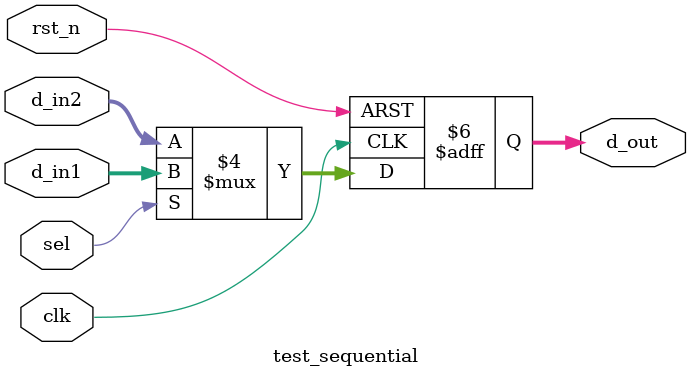
<source format=sv>
module test_sequential (
    input  logic clk,
    input  logic rst_n,
    input  logic sel,
    input  logic [7:0] d_in1,
    input  logic [7:0] d_in2,
    output logic [7:0] d_out
);

    always_ff @(posedge clk or negedge rst_n) begin
        if (!rst_n)
            d_out <= 8'b0;
        else if (sel)
            d_out <= d_in1;
        else
            d_out <= d_in2;
    end

endmodule
</source>
